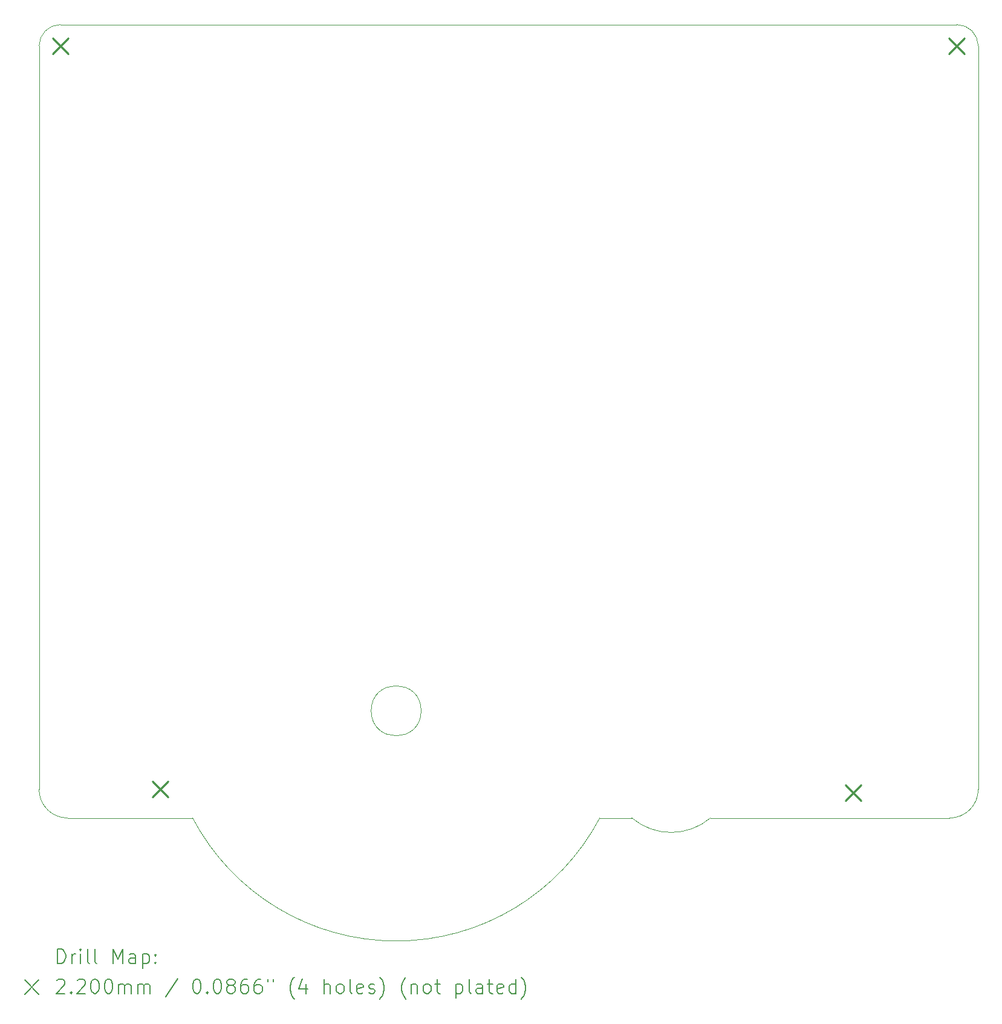
<source format=gbr>
%TF.GenerationSoftware,KiCad,Pcbnew,8.0.8*%
%TF.CreationDate,2025-03-09T18:41:30-04:00*%
%TF.ProjectId,Power_Elec_Project,506f7765-725f-4456-9c65-635f50726f6a,1*%
%TF.SameCoordinates,Original*%
%TF.FileFunction,Drillmap*%
%TF.FilePolarity,Positive*%
%FSLAX45Y45*%
G04 Gerber Fmt 4.5, Leading zero omitted, Abs format (unit mm)*
G04 Created by KiCad (PCBNEW 8.0.8) date 2025-03-09 18:41:30*
%MOMM*%
%LPD*%
G01*
G04 APERTURE LIST*
%ADD10C,0.050000*%
%ADD11C,0.200000*%
%ADD12C,0.220000*%
G04 APERTURE END LIST*
D10*
X16350000Y-14350000D02*
G75*
G02*
X10650000Y-14350000I-2850000J1500000D01*
G01*
X16800000Y-14350000D02*
X16350000Y-14350000D01*
X17900000Y-14350000D02*
G75*
G02*
X16800000Y-14350000I-550000J650000D01*
G01*
X18000000Y-14350000D02*
X18000000Y-14350000D01*
X8800000Y-3250000D02*
X21350000Y-3250000D01*
X21650000Y-13950000D02*
G75*
G02*
X21250000Y-14350000I-400000J0D01*
G01*
X8900000Y-14350000D02*
G75*
G02*
X8500000Y-13950000I0J400000D01*
G01*
X21250000Y-14350000D02*
X17900000Y-14350000D01*
X8500003Y-13950000D02*
X8500000Y-3550000D01*
X8500000Y-3550000D02*
G75*
G02*
X8800000Y-3250000I300000J0D01*
G01*
X21350000Y-3250000D02*
G75*
G02*
X21650000Y-3550000I0J-300000D01*
G01*
X8900000Y-14350000D02*
X10650000Y-14350000D01*
X21650000Y-3550000D02*
X21650000Y-13950000D01*
X13850000Y-12850000D02*
G75*
G02*
X13150000Y-12850000I-350000J0D01*
G01*
X13150000Y-12850000D02*
G75*
G02*
X13850000Y-12850000I350000J0D01*
G01*
D11*
D12*
X8690000Y-3440000D02*
X8910000Y-3660000D01*
X8910000Y-3440000D02*
X8690000Y-3660000D01*
X10090000Y-13840000D02*
X10310000Y-14060000D01*
X10310000Y-13840000D02*
X10090000Y-14060000D01*
X19790000Y-13890000D02*
X20010000Y-14110000D01*
X20010000Y-13890000D02*
X19790000Y-14110000D01*
X21240000Y-3440000D02*
X21460000Y-3660000D01*
X21460000Y-3440000D02*
X21240000Y-3660000D01*
D11*
X8758277Y-16384620D02*
X8758277Y-16184620D01*
X8758277Y-16184620D02*
X8805896Y-16184620D01*
X8805896Y-16184620D02*
X8834467Y-16194144D01*
X8834467Y-16194144D02*
X8853515Y-16213192D01*
X8853515Y-16213192D02*
X8863039Y-16232239D01*
X8863039Y-16232239D02*
X8872563Y-16270334D01*
X8872563Y-16270334D02*
X8872563Y-16298906D01*
X8872563Y-16298906D02*
X8863039Y-16337001D01*
X8863039Y-16337001D02*
X8853515Y-16356049D01*
X8853515Y-16356049D02*
X8834467Y-16375096D01*
X8834467Y-16375096D02*
X8805896Y-16384620D01*
X8805896Y-16384620D02*
X8758277Y-16384620D01*
X8958277Y-16384620D02*
X8958277Y-16251287D01*
X8958277Y-16289382D02*
X8967801Y-16270334D01*
X8967801Y-16270334D02*
X8977324Y-16260811D01*
X8977324Y-16260811D02*
X8996372Y-16251287D01*
X8996372Y-16251287D02*
X9015420Y-16251287D01*
X9082086Y-16384620D02*
X9082086Y-16251287D01*
X9082086Y-16184620D02*
X9072563Y-16194144D01*
X9072563Y-16194144D02*
X9082086Y-16203668D01*
X9082086Y-16203668D02*
X9091610Y-16194144D01*
X9091610Y-16194144D02*
X9082086Y-16184620D01*
X9082086Y-16184620D02*
X9082086Y-16203668D01*
X9205896Y-16384620D02*
X9186848Y-16375096D01*
X9186848Y-16375096D02*
X9177324Y-16356049D01*
X9177324Y-16356049D02*
X9177324Y-16184620D01*
X9310658Y-16384620D02*
X9291610Y-16375096D01*
X9291610Y-16375096D02*
X9282086Y-16356049D01*
X9282086Y-16356049D02*
X9282086Y-16184620D01*
X9539229Y-16384620D02*
X9539229Y-16184620D01*
X9539229Y-16184620D02*
X9605896Y-16327477D01*
X9605896Y-16327477D02*
X9672563Y-16184620D01*
X9672563Y-16184620D02*
X9672563Y-16384620D01*
X9853515Y-16384620D02*
X9853515Y-16279858D01*
X9853515Y-16279858D02*
X9843991Y-16260811D01*
X9843991Y-16260811D02*
X9824944Y-16251287D01*
X9824944Y-16251287D02*
X9786848Y-16251287D01*
X9786848Y-16251287D02*
X9767801Y-16260811D01*
X9853515Y-16375096D02*
X9834467Y-16384620D01*
X9834467Y-16384620D02*
X9786848Y-16384620D01*
X9786848Y-16384620D02*
X9767801Y-16375096D01*
X9767801Y-16375096D02*
X9758277Y-16356049D01*
X9758277Y-16356049D02*
X9758277Y-16337001D01*
X9758277Y-16337001D02*
X9767801Y-16317953D01*
X9767801Y-16317953D02*
X9786848Y-16308430D01*
X9786848Y-16308430D02*
X9834467Y-16308430D01*
X9834467Y-16308430D02*
X9853515Y-16298906D01*
X9948753Y-16251287D02*
X9948753Y-16451287D01*
X9948753Y-16260811D02*
X9967801Y-16251287D01*
X9967801Y-16251287D02*
X10005896Y-16251287D01*
X10005896Y-16251287D02*
X10024944Y-16260811D01*
X10024944Y-16260811D02*
X10034467Y-16270334D01*
X10034467Y-16270334D02*
X10043991Y-16289382D01*
X10043991Y-16289382D02*
X10043991Y-16346525D01*
X10043991Y-16346525D02*
X10034467Y-16365572D01*
X10034467Y-16365572D02*
X10024944Y-16375096D01*
X10024944Y-16375096D02*
X10005896Y-16384620D01*
X10005896Y-16384620D02*
X9967801Y-16384620D01*
X9967801Y-16384620D02*
X9948753Y-16375096D01*
X10129705Y-16365572D02*
X10139229Y-16375096D01*
X10139229Y-16375096D02*
X10129705Y-16384620D01*
X10129705Y-16384620D02*
X10120182Y-16375096D01*
X10120182Y-16375096D02*
X10129705Y-16365572D01*
X10129705Y-16365572D02*
X10129705Y-16384620D01*
X10129705Y-16260811D02*
X10139229Y-16270334D01*
X10139229Y-16270334D02*
X10129705Y-16279858D01*
X10129705Y-16279858D02*
X10120182Y-16270334D01*
X10120182Y-16270334D02*
X10129705Y-16260811D01*
X10129705Y-16260811D02*
X10129705Y-16279858D01*
X8297500Y-16613136D02*
X8497500Y-16813136D01*
X8497500Y-16613136D02*
X8297500Y-16813136D01*
X8748753Y-16623668D02*
X8758277Y-16614144D01*
X8758277Y-16614144D02*
X8777324Y-16604620D01*
X8777324Y-16604620D02*
X8824944Y-16604620D01*
X8824944Y-16604620D02*
X8843991Y-16614144D01*
X8843991Y-16614144D02*
X8853515Y-16623668D01*
X8853515Y-16623668D02*
X8863039Y-16642715D01*
X8863039Y-16642715D02*
X8863039Y-16661763D01*
X8863039Y-16661763D02*
X8853515Y-16690334D01*
X8853515Y-16690334D02*
X8739229Y-16804620D01*
X8739229Y-16804620D02*
X8863039Y-16804620D01*
X8948753Y-16785573D02*
X8958277Y-16795096D01*
X8958277Y-16795096D02*
X8948753Y-16804620D01*
X8948753Y-16804620D02*
X8939229Y-16795096D01*
X8939229Y-16795096D02*
X8948753Y-16785573D01*
X8948753Y-16785573D02*
X8948753Y-16804620D01*
X9034467Y-16623668D02*
X9043991Y-16614144D01*
X9043991Y-16614144D02*
X9063039Y-16604620D01*
X9063039Y-16604620D02*
X9110658Y-16604620D01*
X9110658Y-16604620D02*
X9129705Y-16614144D01*
X9129705Y-16614144D02*
X9139229Y-16623668D01*
X9139229Y-16623668D02*
X9148753Y-16642715D01*
X9148753Y-16642715D02*
X9148753Y-16661763D01*
X9148753Y-16661763D02*
X9139229Y-16690334D01*
X9139229Y-16690334D02*
X9024944Y-16804620D01*
X9024944Y-16804620D02*
X9148753Y-16804620D01*
X9272563Y-16604620D02*
X9291610Y-16604620D01*
X9291610Y-16604620D02*
X9310658Y-16614144D01*
X9310658Y-16614144D02*
X9320182Y-16623668D01*
X9320182Y-16623668D02*
X9329705Y-16642715D01*
X9329705Y-16642715D02*
X9339229Y-16680811D01*
X9339229Y-16680811D02*
X9339229Y-16728430D01*
X9339229Y-16728430D02*
X9329705Y-16766525D01*
X9329705Y-16766525D02*
X9320182Y-16785573D01*
X9320182Y-16785573D02*
X9310658Y-16795096D01*
X9310658Y-16795096D02*
X9291610Y-16804620D01*
X9291610Y-16804620D02*
X9272563Y-16804620D01*
X9272563Y-16804620D02*
X9253515Y-16795096D01*
X9253515Y-16795096D02*
X9243991Y-16785573D01*
X9243991Y-16785573D02*
X9234467Y-16766525D01*
X9234467Y-16766525D02*
X9224944Y-16728430D01*
X9224944Y-16728430D02*
X9224944Y-16680811D01*
X9224944Y-16680811D02*
X9234467Y-16642715D01*
X9234467Y-16642715D02*
X9243991Y-16623668D01*
X9243991Y-16623668D02*
X9253515Y-16614144D01*
X9253515Y-16614144D02*
X9272563Y-16604620D01*
X9463039Y-16604620D02*
X9482086Y-16604620D01*
X9482086Y-16604620D02*
X9501134Y-16614144D01*
X9501134Y-16614144D02*
X9510658Y-16623668D01*
X9510658Y-16623668D02*
X9520182Y-16642715D01*
X9520182Y-16642715D02*
X9529705Y-16680811D01*
X9529705Y-16680811D02*
X9529705Y-16728430D01*
X9529705Y-16728430D02*
X9520182Y-16766525D01*
X9520182Y-16766525D02*
X9510658Y-16785573D01*
X9510658Y-16785573D02*
X9501134Y-16795096D01*
X9501134Y-16795096D02*
X9482086Y-16804620D01*
X9482086Y-16804620D02*
X9463039Y-16804620D01*
X9463039Y-16804620D02*
X9443991Y-16795096D01*
X9443991Y-16795096D02*
X9434467Y-16785573D01*
X9434467Y-16785573D02*
X9424944Y-16766525D01*
X9424944Y-16766525D02*
X9415420Y-16728430D01*
X9415420Y-16728430D02*
X9415420Y-16680811D01*
X9415420Y-16680811D02*
X9424944Y-16642715D01*
X9424944Y-16642715D02*
X9434467Y-16623668D01*
X9434467Y-16623668D02*
X9443991Y-16614144D01*
X9443991Y-16614144D02*
X9463039Y-16604620D01*
X9615420Y-16804620D02*
X9615420Y-16671287D01*
X9615420Y-16690334D02*
X9624944Y-16680811D01*
X9624944Y-16680811D02*
X9643991Y-16671287D01*
X9643991Y-16671287D02*
X9672563Y-16671287D01*
X9672563Y-16671287D02*
X9691610Y-16680811D01*
X9691610Y-16680811D02*
X9701134Y-16699858D01*
X9701134Y-16699858D02*
X9701134Y-16804620D01*
X9701134Y-16699858D02*
X9710658Y-16680811D01*
X9710658Y-16680811D02*
X9729705Y-16671287D01*
X9729705Y-16671287D02*
X9758277Y-16671287D01*
X9758277Y-16671287D02*
X9777325Y-16680811D01*
X9777325Y-16680811D02*
X9786848Y-16699858D01*
X9786848Y-16699858D02*
X9786848Y-16804620D01*
X9882086Y-16804620D02*
X9882086Y-16671287D01*
X9882086Y-16690334D02*
X9891610Y-16680811D01*
X9891610Y-16680811D02*
X9910658Y-16671287D01*
X9910658Y-16671287D02*
X9939229Y-16671287D01*
X9939229Y-16671287D02*
X9958277Y-16680811D01*
X9958277Y-16680811D02*
X9967801Y-16699858D01*
X9967801Y-16699858D02*
X9967801Y-16804620D01*
X9967801Y-16699858D02*
X9977325Y-16680811D01*
X9977325Y-16680811D02*
X9996372Y-16671287D01*
X9996372Y-16671287D02*
X10024944Y-16671287D01*
X10024944Y-16671287D02*
X10043991Y-16680811D01*
X10043991Y-16680811D02*
X10053515Y-16699858D01*
X10053515Y-16699858D02*
X10053515Y-16804620D01*
X10443991Y-16595096D02*
X10272563Y-16852239D01*
X10701134Y-16604620D02*
X10720182Y-16604620D01*
X10720182Y-16604620D02*
X10739229Y-16614144D01*
X10739229Y-16614144D02*
X10748753Y-16623668D01*
X10748753Y-16623668D02*
X10758277Y-16642715D01*
X10758277Y-16642715D02*
X10767801Y-16680811D01*
X10767801Y-16680811D02*
X10767801Y-16728430D01*
X10767801Y-16728430D02*
X10758277Y-16766525D01*
X10758277Y-16766525D02*
X10748753Y-16785573D01*
X10748753Y-16785573D02*
X10739229Y-16795096D01*
X10739229Y-16795096D02*
X10720182Y-16804620D01*
X10720182Y-16804620D02*
X10701134Y-16804620D01*
X10701134Y-16804620D02*
X10682087Y-16795096D01*
X10682087Y-16795096D02*
X10672563Y-16785573D01*
X10672563Y-16785573D02*
X10663039Y-16766525D01*
X10663039Y-16766525D02*
X10653515Y-16728430D01*
X10653515Y-16728430D02*
X10653515Y-16680811D01*
X10653515Y-16680811D02*
X10663039Y-16642715D01*
X10663039Y-16642715D02*
X10672563Y-16623668D01*
X10672563Y-16623668D02*
X10682087Y-16614144D01*
X10682087Y-16614144D02*
X10701134Y-16604620D01*
X10853515Y-16785573D02*
X10863039Y-16795096D01*
X10863039Y-16795096D02*
X10853515Y-16804620D01*
X10853515Y-16804620D02*
X10843991Y-16795096D01*
X10843991Y-16795096D02*
X10853515Y-16785573D01*
X10853515Y-16785573D02*
X10853515Y-16804620D01*
X10986848Y-16604620D02*
X11005896Y-16604620D01*
X11005896Y-16604620D02*
X11024944Y-16614144D01*
X11024944Y-16614144D02*
X11034468Y-16623668D01*
X11034468Y-16623668D02*
X11043991Y-16642715D01*
X11043991Y-16642715D02*
X11053515Y-16680811D01*
X11053515Y-16680811D02*
X11053515Y-16728430D01*
X11053515Y-16728430D02*
X11043991Y-16766525D01*
X11043991Y-16766525D02*
X11034468Y-16785573D01*
X11034468Y-16785573D02*
X11024944Y-16795096D01*
X11024944Y-16795096D02*
X11005896Y-16804620D01*
X11005896Y-16804620D02*
X10986848Y-16804620D01*
X10986848Y-16804620D02*
X10967801Y-16795096D01*
X10967801Y-16795096D02*
X10958277Y-16785573D01*
X10958277Y-16785573D02*
X10948753Y-16766525D01*
X10948753Y-16766525D02*
X10939229Y-16728430D01*
X10939229Y-16728430D02*
X10939229Y-16680811D01*
X10939229Y-16680811D02*
X10948753Y-16642715D01*
X10948753Y-16642715D02*
X10958277Y-16623668D01*
X10958277Y-16623668D02*
X10967801Y-16614144D01*
X10967801Y-16614144D02*
X10986848Y-16604620D01*
X11167801Y-16690334D02*
X11148753Y-16680811D01*
X11148753Y-16680811D02*
X11139229Y-16671287D01*
X11139229Y-16671287D02*
X11129706Y-16652239D01*
X11129706Y-16652239D02*
X11129706Y-16642715D01*
X11129706Y-16642715D02*
X11139229Y-16623668D01*
X11139229Y-16623668D02*
X11148753Y-16614144D01*
X11148753Y-16614144D02*
X11167801Y-16604620D01*
X11167801Y-16604620D02*
X11205896Y-16604620D01*
X11205896Y-16604620D02*
X11224944Y-16614144D01*
X11224944Y-16614144D02*
X11234467Y-16623668D01*
X11234467Y-16623668D02*
X11243991Y-16642715D01*
X11243991Y-16642715D02*
X11243991Y-16652239D01*
X11243991Y-16652239D02*
X11234467Y-16671287D01*
X11234467Y-16671287D02*
X11224944Y-16680811D01*
X11224944Y-16680811D02*
X11205896Y-16690334D01*
X11205896Y-16690334D02*
X11167801Y-16690334D01*
X11167801Y-16690334D02*
X11148753Y-16699858D01*
X11148753Y-16699858D02*
X11139229Y-16709382D01*
X11139229Y-16709382D02*
X11129706Y-16728430D01*
X11129706Y-16728430D02*
X11129706Y-16766525D01*
X11129706Y-16766525D02*
X11139229Y-16785573D01*
X11139229Y-16785573D02*
X11148753Y-16795096D01*
X11148753Y-16795096D02*
X11167801Y-16804620D01*
X11167801Y-16804620D02*
X11205896Y-16804620D01*
X11205896Y-16804620D02*
X11224944Y-16795096D01*
X11224944Y-16795096D02*
X11234467Y-16785573D01*
X11234467Y-16785573D02*
X11243991Y-16766525D01*
X11243991Y-16766525D02*
X11243991Y-16728430D01*
X11243991Y-16728430D02*
X11234467Y-16709382D01*
X11234467Y-16709382D02*
X11224944Y-16699858D01*
X11224944Y-16699858D02*
X11205896Y-16690334D01*
X11415420Y-16604620D02*
X11377325Y-16604620D01*
X11377325Y-16604620D02*
X11358277Y-16614144D01*
X11358277Y-16614144D02*
X11348753Y-16623668D01*
X11348753Y-16623668D02*
X11329706Y-16652239D01*
X11329706Y-16652239D02*
X11320182Y-16690334D01*
X11320182Y-16690334D02*
X11320182Y-16766525D01*
X11320182Y-16766525D02*
X11329706Y-16785573D01*
X11329706Y-16785573D02*
X11339229Y-16795096D01*
X11339229Y-16795096D02*
X11358277Y-16804620D01*
X11358277Y-16804620D02*
X11396372Y-16804620D01*
X11396372Y-16804620D02*
X11415420Y-16795096D01*
X11415420Y-16795096D02*
X11424944Y-16785573D01*
X11424944Y-16785573D02*
X11434467Y-16766525D01*
X11434467Y-16766525D02*
X11434467Y-16718906D01*
X11434467Y-16718906D02*
X11424944Y-16699858D01*
X11424944Y-16699858D02*
X11415420Y-16690334D01*
X11415420Y-16690334D02*
X11396372Y-16680811D01*
X11396372Y-16680811D02*
X11358277Y-16680811D01*
X11358277Y-16680811D02*
X11339229Y-16690334D01*
X11339229Y-16690334D02*
X11329706Y-16699858D01*
X11329706Y-16699858D02*
X11320182Y-16718906D01*
X11605896Y-16604620D02*
X11567801Y-16604620D01*
X11567801Y-16604620D02*
X11548753Y-16614144D01*
X11548753Y-16614144D02*
X11539229Y-16623668D01*
X11539229Y-16623668D02*
X11520182Y-16652239D01*
X11520182Y-16652239D02*
X11510658Y-16690334D01*
X11510658Y-16690334D02*
X11510658Y-16766525D01*
X11510658Y-16766525D02*
X11520182Y-16785573D01*
X11520182Y-16785573D02*
X11529706Y-16795096D01*
X11529706Y-16795096D02*
X11548753Y-16804620D01*
X11548753Y-16804620D02*
X11586848Y-16804620D01*
X11586848Y-16804620D02*
X11605896Y-16795096D01*
X11605896Y-16795096D02*
X11615420Y-16785573D01*
X11615420Y-16785573D02*
X11624944Y-16766525D01*
X11624944Y-16766525D02*
X11624944Y-16718906D01*
X11624944Y-16718906D02*
X11615420Y-16699858D01*
X11615420Y-16699858D02*
X11605896Y-16690334D01*
X11605896Y-16690334D02*
X11586848Y-16680811D01*
X11586848Y-16680811D02*
X11548753Y-16680811D01*
X11548753Y-16680811D02*
X11529706Y-16690334D01*
X11529706Y-16690334D02*
X11520182Y-16699858D01*
X11520182Y-16699858D02*
X11510658Y-16718906D01*
X11701134Y-16604620D02*
X11701134Y-16642715D01*
X11777325Y-16604620D02*
X11777325Y-16642715D01*
X12072563Y-16880811D02*
X12063039Y-16871287D01*
X12063039Y-16871287D02*
X12043991Y-16842715D01*
X12043991Y-16842715D02*
X12034468Y-16823668D01*
X12034468Y-16823668D02*
X12024944Y-16795096D01*
X12024944Y-16795096D02*
X12015420Y-16747477D01*
X12015420Y-16747477D02*
X12015420Y-16709382D01*
X12015420Y-16709382D02*
X12024944Y-16661763D01*
X12024944Y-16661763D02*
X12034468Y-16633192D01*
X12034468Y-16633192D02*
X12043991Y-16614144D01*
X12043991Y-16614144D02*
X12063039Y-16585572D01*
X12063039Y-16585572D02*
X12072563Y-16576049D01*
X12234468Y-16671287D02*
X12234468Y-16804620D01*
X12186848Y-16595096D02*
X12139229Y-16737953D01*
X12139229Y-16737953D02*
X12263039Y-16737953D01*
X12491610Y-16804620D02*
X12491610Y-16604620D01*
X12577325Y-16804620D02*
X12577325Y-16699858D01*
X12577325Y-16699858D02*
X12567801Y-16680811D01*
X12567801Y-16680811D02*
X12548753Y-16671287D01*
X12548753Y-16671287D02*
X12520182Y-16671287D01*
X12520182Y-16671287D02*
X12501134Y-16680811D01*
X12501134Y-16680811D02*
X12491610Y-16690334D01*
X12701134Y-16804620D02*
X12682087Y-16795096D01*
X12682087Y-16795096D02*
X12672563Y-16785573D01*
X12672563Y-16785573D02*
X12663039Y-16766525D01*
X12663039Y-16766525D02*
X12663039Y-16709382D01*
X12663039Y-16709382D02*
X12672563Y-16690334D01*
X12672563Y-16690334D02*
X12682087Y-16680811D01*
X12682087Y-16680811D02*
X12701134Y-16671287D01*
X12701134Y-16671287D02*
X12729706Y-16671287D01*
X12729706Y-16671287D02*
X12748753Y-16680811D01*
X12748753Y-16680811D02*
X12758277Y-16690334D01*
X12758277Y-16690334D02*
X12767801Y-16709382D01*
X12767801Y-16709382D02*
X12767801Y-16766525D01*
X12767801Y-16766525D02*
X12758277Y-16785573D01*
X12758277Y-16785573D02*
X12748753Y-16795096D01*
X12748753Y-16795096D02*
X12729706Y-16804620D01*
X12729706Y-16804620D02*
X12701134Y-16804620D01*
X12882087Y-16804620D02*
X12863039Y-16795096D01*
X12863039Y-16795096D02*
X12853515Y-16776049D01*
X12853515Y-16776049D02*
X12853515Y-16604620D01*
X13034468Y-16795096D02*
X13015420Y-16804620D01*
X13015420Y-16804620D02*
X12977325Y-16804620D01*
X12977325Y-16804620D02*
X12958277Y-16795096D01*
X12958277Y-16795096D02*
X12948753Y-16776049D01*
X12948753Y-16776049D02*
X12948753Y-16699858D01*
X12948753Y-16699858D02*
X12958277Y-16680811D01*
X12958277Y-16680811D02*
X12977325Y-16671287D01*
X12977325Y-16671287D02*
X13015420Y-16671287D01*
X13015420Y-16671287D02*
X13034468Y-16680811D01*
X13034468Y-16680811D02*
X13043991Y-16699858D01*
X13043991Y-16699858D02*
X13043991Y-16718906D01*
X13043991Y-16718906D02*
X12948753Y-16737953D01*
X13120182Y-16795096D02*
X13139230Y-16804620D01*
X13139230Y-16804620D02*
X13177325Y-16804620D01*
X13177325Y-16804620D02*
X13196372Y-16795096D01*
X13196372Y-16795096D02*
X13205896Y-16776049D01*
X13205896Y-16776049D02*
X13205896Y-16766525D01*
X13205896Y-16766525D02*
X13196372Y-16747477D01*
X13196372Y-16747477D02*
X13177325Y-16737953D01*
X13177325Y-16737953D02*
X13148753Y-16737953D01*
X13148753Y-16737953D02*
X13129706Y-16728430D01*
X13129706Y-16728430D02*
X13120182Y-16709382D01*
X13120182Y-16709382D02*
X13120182Y-16699858D01*
X13120182Y-16699858D02*
X13129706Y-16680811D01*
X13129706Y-16680811D02*
X13148753Y-16671287D01*
X13148753Y-16671287D02*
X13177325Y-16671287D01*
X13177325Y-16671287D02*
X13196372Y-16680811D01*
X13272563Y-16880811D02*
X13282087Y-16871287D01*
X13282087Y-16871287D02*
X13301134Y-16842715D01*
X13301134Y-16842715D02*
X13310658Y-16823668D01*
X13310658Y-16823668D02*
X13320182Y-16795096D01*
X13320182Y-16795096D02*
X13329706Y-16747477D01*
X13329706Y-16747477D02*
X13329706Y-16709382D01*
X13329706Y-16709382D02*
X13320182Y-16661763D01*
X13320182Y-16661763D02*
X13310658Y-16633192D01*
X13310658Y-16633192D02*
X13301134Y-16614144D01*
X13301134Y-16614144D02*
X13282087Y-16585572D01*
X13282087Y-16585572D02*
X13272563Y-16576049D01*
X13634468Y-16880811D02*
X13624944Y-16871287D01*
X13624944Y-16871287D02*
X13605896Y-16842715D01*
X13605896Y-16842715D02*
X13596372Y-16823668D01*
X13596372Y-16823668D02*
X13586849Y-16795096D01*
X13586849Y-16795096D02*
X13577325Y-16747477D01*
X13577325Y-16747477D02*
X13577325Y-16709382D01*
X13577325Y-16709382D02*
X13586849Y-16661763D01*
X13586849Y-16661763D02*
X13596372Y-16633192D01*
X13596372Y-16633192D02*
X13605896Y-16614144D01*
X13605896Y-16614144D02*
X13624944Y-16585572D01*
X13624944Y-16585572D02*
X13634468Y-16576049D01*
X13710658Y-16671287D02*
X13710658Y-16804620D01*
X13710658Y-16690334D02*
X13720182Y-16680811D01*
X13720182Y-16680811D02*
X13739230Y-16671287D01*
X13739230Y-16671287D02*
X13767801Y-16671287D01*
X13767801Y-16671287D02*
X13786849Y-16680811D01*
X13786849Y-16680811D02*
X13796372Y-16699858D01*
X13796372Y-16699858D02*
X13796372Y-16804620D01*
X13920182Y-16804620D02*
X13901134Y-16795096D01*
X13901134Y-16795096D02*
X13891611Y-16785573D01*
X13891611Y-16785573D02*
X13882087Y-16766525D01*
X13882087Y-16766525D02*
X13882087Y-16709382D01*
X13882087Y-16709382D02*
X13891611Y-16690334D01*
X13891611Y-16690334D02*
X13901134Y-16680811D01*
X13901134Y-16680811D02*
X13920182Y-16671287D01*
X13920182Y-16671287D02*
X13948753Y-16671287D01*
X13948753Y-16671287D02*
X13967801Y-16680811D01*
X13967801Y-16680811D02*
X13977325Y-16690334D01*
X13977325Y-16690334D02*
X13986849Y-16709382D01*
X13986849Y-16709382D02*
X13986849Y-16766525D01*
X13986849Y-16766525D02*
X13977325Y-16785573D01*
X13977325Y-16785573D02*
X13967801Y-16795096D01*
X13967801Y-16795096D02*
X13948753Y-16804620D01*
X13948753Y-16804620D02*
X13920182Y-16804620D01*
X14043992Y-16671287D02*
X14120182Y-16671287D01*
X14072563Y-16604620D02*
X14072563Y-16776049D01*
X14072563Y-16776049D02*
X14082087Y-16795096D01*
X14082087Y-16795096D02*
X14101134Y-16804620D01*
X14101134Y-16804620D02*
X14120182Y-16804620D01*
X14339230Y-16671287D02*
X14339230Y-16871287D01*
X14339230Y-16680811D02*
X14358277Y-16671287D01*
X14358277Y-16671287D02*
X14396373Y-16671287D01*
X14396373Y-16671287D02*
X14415420Y-16680811D01*
X14415420Y-16680811D02*
X14424944Y-16690334D01*
X14424944Y-16690334D02*
X14434468Y-16709382D01*
X14434468Y-16709382D02*
X14434468Y-16766525D01*
X14434468Y-16766525D02*
X14424944Y-16785573D01*
X14424944Y-16785573D02*
X14415420Y-16795096D01*
X14415420Y-16795096D02*
X14396373Y-16804620D01*
X14396373Y-16804620D02*
X14358277Y-16804620D01*
X14358277Y-16804620D02*
X14339230Y-16795096D01*
X14548753Y-16804620D02*
X14529706Y-16795096D01*
X14529706Y-16795096D02*
X14520182Y-16776049D01*
X14520182Y-16776049D02*
X14520182Y-16604620D01*
X14710658Y-16804620D02*
X14710658Y-16699858D01*
X14710658Y-16699858D02*
X14701134Y-16680811D01*
X14701134Y-16680811D02*
X14682087Y-16671287D01*
X14682087Y-16671287D02*
X14643992Y-16671287D01*
X14643992Y-16671287D02*
X14624944Y-16680811D01*
X14710658Y-16795096D02*
X14691611Y-16804620D01*
X14691611Y-16804620D02*
X14643992Y-16804620D01*
X14643992Y-16804620D02*
X14624944Y-16795096D01*
X14624944Y-16795096D02*
X14615420Y-16776049D01*
X14615420Y-16776049D02*
X14615420Y-16757001D01*
X14615420Y-16757001D02*
X14624944Y-16737953D01*
X14624944Y-16737953D02*
X14643992Y-16728430D01*
X14643992Y-16728430D02*
X14691611Y-16728430D01*
X14691611Y-16728430D02*
X14710658Y-16718906D01*
X14777325Y-16671287D02*
X14853515Y-16671287D01*
X14805896Y-16604620D02*
X14805896Y-16776049D01*
X14805896Y-16776049D02*
X14815420Y-16795096D01*
X14815420Y-16795096D02*
X14834468Y-16804620D01*
X14834468Y-16804620D02*
X14853515Y-16804620D01*
X14996373Y-16795096D02*
X14977325Y-16804620D01*
X14977325Y-16804620D02*
X14939230Y-16804620D01*
X14939230Y-16804620D02*
X14920182Y-16795096D01*
X14920182Y-16795096D02*
X14910658Y-16776049D01*
X14910658Y-16776049D02*
X14910658Y-16699858D01*
X14910658Y-16699858D02*
X14920182Y-16680811D01*
X14920182Y-16680811D02*
X14939230Y-16671287D01*
X14939230Y-16671287D02*
X14977325Y-16671287D01*
X14977325Y-16671287D02*
X14996373Y-16680811D01*
X14996373Y-16680811D02*
X15005896Y-16699858D01*
X15005896Y-16699858D02*
X15005896Y-16718906D01*
X15005896Y-16718906D02*
X14910658Y-16737953D01*
X15177325Y-16804620D02*
X15177325Y-16604620D01*
X15177325Y-16795096D02*
X15158277Y-16804620D01*
X15158277Y-16804620D02*
X15120182Y-16804620D01*
X15120182Y-16804620D02*
X15101134Y-16795096D01*
X15101134Y-16795096D02*
X15091611Y-16785573D01*
X15091611Y-16785573D02*
X15082087Y-16766525D01*
X15082087Y-16766525D02*
X15082087Y-16709382D01*
X15082087Y-16709382D02*
X15091611Y-16690334D01*
X15091611Y-16690334D02*
X15101134Y-16680811D01*
X15101134Y-16680811D02*
X15120182Y-16671287D01*
X15120182Y-16671287D02*
X15158277Y-16671287D01*
X15158277Y-16671287D02*
X15177325Y-16680811D01*
X15253515Y-16880811D02*
X15263039Y-16871287D01*
X15263039Y-16871287D02*
X15282087Y-16842715D01*
X15282087Y-16842715D02*
X15291611Y-16823668D01*
X15291611Y-16823668D02*
X15301134Y-16795096D01*
X15301134Y-16795096D02*
X15310658Y-16747477D01*
X15310658Y-16747477D02*
X15310658Y-16709382D01*
X15310658Y-16709382D02*
X15301134Y-16661763D01*
X15301134Y-16661763D02*
X15291611Y-16633192D01*
X15291611Y-16633192D02*
X15282087Y-16614144D01*
X15282087Y-16614144D02*
X15263039Y-16585572D01*
X15263039Y-16585572D02*
X15253515Y-16576049D01*
M02*

</source>
